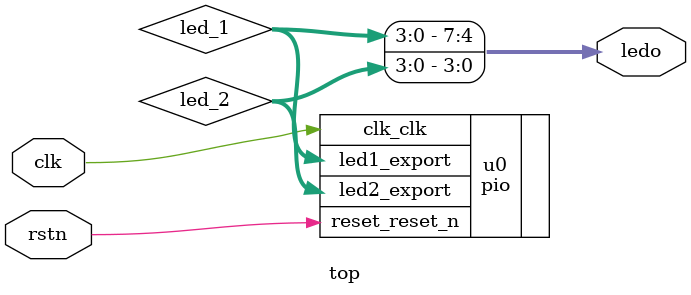
<source format=v>
module top(
		input 		 clk,
		input 		 rstn,
		output [7:0] ledo
		);
		
		wire [3:0] led_1;
		wire [3:0] led_2;
		assign ledo = {led_1,led_2};
		



    pio u0 (
        .clk_clk       (clk),      //   clk.clk
        .led1_export   (led_1),   //  led1.export
        .reset_reset_n (rstn),    // reset.reset_n
        .led2_export   (led_2)    //  led2.export
    );


	

endmodule 
</source>
